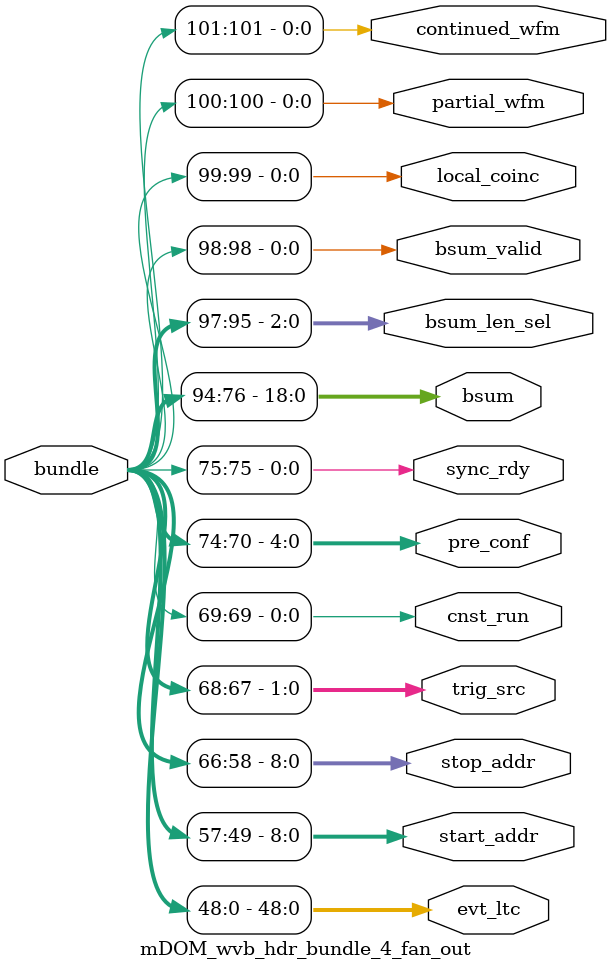
<source format=v>
module mDOM_wvb_hdr_bundle_4_fan_out
  (
   bundle,
   evt_ltc,
   start_addr,
   stop_addr,
   trig_src,
   cnst_run,
   pre_conf,
   sync_rdy,
   bsum,
   bsum_len_sel,
   bsum_valid,
   local_coinc,
   partial_wfm,
   continued_wfm
  );

`include "mDOM_wvb_hdr_bundle_4_inc.v"

   input [101:0] bundle;
   output [48:0] evt_ltc;
   output [8:0] start_addr;
   output [8:0] stop_addr;
   output [1:0] trig_src;
   output [0:0] cnst_run;
   output [4:0] pre_conf;
   output [0:0] sync_rdy;
   output [18:0] bsum;
   output [2:0] bsum_len_sel;
   output [0:0] bsum_valid;
   output [0:0] local_coinc;
   output [0:0] partial_wfm;
   output [0:0] continued_wfm;

assign evt_ltc = bundle[48:0];
assign start_addr = bundle[57:49];
assign stop_addr = bundle[66:58];
assign trig_src = bundle[68:67];
assign cnst_run = bundle[69:69];
assign pre_conf = bundle[74:70];
assign sync_rdy = bundle[75:75];
assign bsum = bundle[94:76];
assign bsum_len_sel = bundle[97:95];
assign bsum_valid = bundle[98:98];
assign local_coinc = bundle[99:99];
assign partial_wfm = bundle[100:100];
assign continued_wfm = bundle[101:101];

endmodule

</source>
